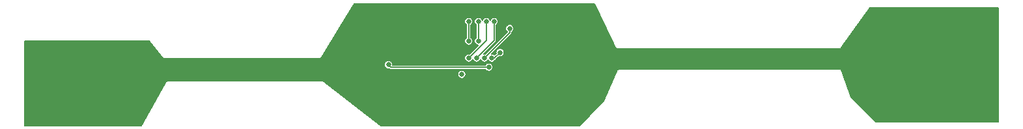
<source format=gbr>
G04 #@! TF.GenerationSoftware,KiCad,Pcbnew,(5.1.6-0-10_14)*
G04 #@! TF.CreationDate,2020-07-24T16:30:46-07:00*
G04 #@! TF.ProjectId,VineHoop_Flex_V1,56696e65-486f-46f7-905f-466c65785f56,rev?*
G04 #@! TF.SameCoordinates,Original*
G04 #@! TF.FileFunction,Copper,L2,Bot*
G04 #@! TF.FilePolarity,Positive*
%FSLAX46Y46*%
G04 Gerber Fmt 4.6, Leading zero omitted, Abs format (unit mm)*
G04 Created by KiCad (PCBNEW (5.1.6-0-10_14)) date 2020-07-24 16:30:46*
%MOMM*%
%LPD*%
G01*
G04 APERTURE LIST*
G04 #@! TA.AperFunction,ViaPad*
%ADD10C,0.660400*%
G04 #@! TD*
G04 #@! TA.AperFunction,Conductor*
%ADD11C,0.152400*%
G04 #@! TD*
G04 #@! TA.AperFunction,Conductor*
%ADD12C,0.127000*%
G04 #@! TD*
G04 APERTURE END LIST*
D10*
X147955000Y-63627000D03*
X150495000Y-63627000D03*
X147955000Y-61595000D03*
X102806500Y-69850000D03*
X164909500Y-69723000D03*
X139001500Y-62992000D03*
X142875000Y-57404000D03*
X142684500Y-65786000D03*
X144335500Y-68707000D03*
X110680500Y-66421000D03*
X141160500Y-67373500D03*
X147256500Y-67945000D03*
X152908000Y-67183000D03*
X150495000Y-61595000D03*
X148526500Y-58928000D03*
X161036000Y-63055500D03*
X165989000Y-60960000D03*
X165862000Y-66929000D03*
X167640000Y-69278500D03*
X164909500Y-67881500D03*
X158813500Y-69151500D03*
X163576000Y-64833500D03*
X163576000Y-62801500D03*
X159258000Y-59880500D03*
X151638000Y-59690000D03*
X156806899Y-59918601D03*
X151574500Y-66738500D03*
X220980000Y-69088000D03*
X215900000Y-61976000D03*
X155277216Y-64345216D03*
X142229705Y-64039801D03*
X153924000Y-58420000D03*
X153924000Y-60960000D03*
X152654000Y-60960000D03*
X152654000Y-58420000D03*
X156734399Y-62435248D03*
X155662368Y-63169800D03*
X157988000Y-59309000D03*
X154686000Y-63169800D03*
X153670000Y-63169800D03*
X155956000Y-58420000D03*
X152654000Y-63169800D03*
X154940000Y-58420000D03*
X151765000Y-65278000D03*
D11*
X142229705Y-64039801D02*
X142559904Y-64370000D01*
X142559904Y-64370000D02*
X155252432Y-64370000D01*
X155252432Y-64370000D02*
X155277216Y-64345216D01*
X153924000Y-60960000D02*
X153924000Y-58420000D01*
X152654000Y-60960000D02*
X152654000Y-58420000D01*
X155662368Y-63169800D02*
X155999847Y-63169800D01*
X155999847Y-63169800D02*
X156734399Y-62435248D01*
X157988000Y-59867800D02*
X157988000Y-59436000D01*
X154686000Y-63169800D02*
X157988000Y-59867800D01*
X155956000Y-60883800D02*
X155956000Y-58420000D01*
X153670000Y-63169800D02*
X155956000Y-60883800D01*
X154940000Y-60883800D02*
X154940000Y-58420000D01*
X152654000Y-63169800D02*
X154940000Y-60883800D01*
D12*
G36*
X171756532Y-61800221D02*
G01*
X171757941Y-61804867D01*
X171765663Y-61819313D01*
X171768154Y-61824522D01*
X171770662Y-61828665D01*
X171777952Y-61842304D01*
X171781628Y-61846783D01*
X171784630Y-61851743D01*
X171795072Y-61863164D01*
X171804882Y-61875118D01*
X171809360Y-61878793D01*
X171813273Y-61883073D01*
X171825741Y-61892237D01*
X171837696Y-61902048D01*
X171842807Y-61904780D01*
X171847478Y-61908213D01*
X171861484Y-61914763D01*
X171875133Y-61922059D01*
X171880685Y-61923743D01*
X171885930Y-61926196D01*
X171900940Y-61929887D01*
X171915755Y-61934381D01*
X171921526Y-61934949D01*
X171927152Y-61936333D01*
X171942600Y-61937025D01*
X171947421Y-61937500D01*
X171953199Y-61937500D01*
X171969559Y-61938233D01*
X171974358Y-61937500D01*
X200900050Y-61937500D01*
X200907245Y-61938436D01*
X200921199Y-61937500D01*
X200924579Y-61937500D01*
X200931795Y-61936789D01*
X200949599Y-61935595D01*
X200952869Y-61934714D01*
X200956245Y-61934381D01*
X200973358Y-61929190D01*
X200990585Y-61924546D01*
X200993618Y-61923044D01*
X200996867Y-61922059D01*
X201012637Y-61913630D01*
X201028629Y-61905713D01*
X201031314Y-61903646D01*
X201034304Y-61902048D01*
X201048114Y-61890715D01*
X201062267Y-61879820D01*
X201064498Y-61877268D01*
X201067118Y-61875118D01*
X201078456Y-61861302D01*
X201083210Y-61855865D01*
X201085166Y-61853127D01*
X201094048Y-61842304D01*
X201097472Y-61835898D01*
X204834900Y-56603500D01*
X221526501Y-56603500D01*
X221526500Y-71412500D01*
X205575263Y-71412500D01*
X202370647Y-68207885D01*
X201118701Y-64702436D01*
X201114059Y-64687133D01*
X201106570Y-64673123D01*
X201099799Y-64658785D01*
X201096592Y-64654456D01*
X201094048Y-64649696D01*
X201083974Y-64637421D01*
X201074532Y-64624674D01*
X201070540Y-64621051D01*
X201067118Y-64616882D01*
X201054849Y-64606813D01*
X201043096Y-64596148D01*
X201038473Y-64593374D01*
X201034304Y-64589952D01*
X201020290Y-64582461D01*
X201006698Y-64574304D01*
X201001632Y-64572488D01*
X200996867Y-64569941D01*
X200981659Y-64565328D01*
X200966738Y-64559979D01*
X200961408Y-64559185D01*
X200956245Y-64557619D01*
X200940449Y-64556063D01*
X200924752Y-64553725D01*
X200908793Y-64554500D01*
X172224702Y-64554500D01*
X172216268Y-64553501D01*
X172203561Y-64554500D01*
X172201421Y-64554500D01*
X172192959Y-64555334D01*
X172173949Y-64556828D01*
X172171889Y-64557409D01*
X172169755Y-64557619D01*
X172151437Y-64563176D01*
X172133092Y-64568348D01*
X172131189Y-64569317D01*
X172129133Y-64569941D01*
X172112248Y-64578967D01*
X172095267Y-64587617D01*
X172093587Y-64588941D01*
X172091696Y-64589952D01*
X172076931Y-64602069D01*
X172061929Y-64613894D01*
X172060537Y-64615524D01*
X172058882Y-64616882D01*
X172046769Y-64631642D01*
X172034358Y-64646171D01*
X172033311Y-64648040D01*
X172031952Y-64649696D01*
X172022947Y-64666543D01*
X172018808Y-64673932D01*
X172017955Y-64675883D01*
X172011941Y-64687133D01*
X172009473Y-64695269D01*
X170252867Y-68710370D01*
X167042738Y-71920500D01*
X141297102Y-71920500D01*
X133737947Y-66125148D01*
X133724304Y-66113952D01*
X133711759Y-66107246D01*
X133699693Y-66099750D01*
X133693094Y-66097270D01*
X133686867Y-66093941D01*
X133673252Y-66089811D01*
X133659958Y-66084814D01*
X133653002Y-66083669D01*
X133646245Y-66081619D01*
X133632083Y-66080224D01*
X133618072Y-66077917D01*
X133600480Y-66078500D01*
X113540491Y-66078500D01*
X113521861Y-66078061D01*
X113508883Y-66080326D01*
X113495755Y-66081619D01*
X113488008Y-66083969D01*
X113480043Y-66085359D01*
X113467761Y-66090111D01*
X113455133Y-66093941D01*
X113447989Y-66097759D01*
X113440453Y-66100675D01*
X113429329Y-66107734D01*
X113417696Y-66113952D01*
X113411443Y-66119083D01*
X113404611Y-66123419D01*
X113395067Y-66132523D01*
X113384882Y-66140882D01*
X113379752Y-66147133D01*
X113373895Y-66152720D01*
X113366313Y-66163508D01*
X113357952Y-66173696D01*
X113349152Y-66190159D01*
X110110264Y-71920500D01*
X94957500Y-71920500D01*
X94957500Y-65224214D01*
X151218900Y-65224214D01*
X151218900Y-65331786D01*
X151239887Y-65437291D01*
X151281053Y-65536675D01*
X151340817Y-65626118D01*
X151416882Y-65702183D01*
X151506325Y-65761947D01*
X151605709Y-65803113D01*
X151711214Y-65824100D01*
X151818786Y-65824100D01*
X151924291Y-65803113D01*
X152023675Y-65761947D01*
X152113118Y-65702183D01*
X152189183Y-65626118D01*
X152248947Y-65536675D01*
X152290113Y-65437291D01*
X152311100Y-65331786D01*
X152311100Y-65224214D01*
X152290113Y-65118709D01*
X152248947Y-65019325D01*
X152189183Y-64929882D01*
X152113118Y-64853817D01*
X152023675Y-64794053D01*
X151924291Y-64752887D01*
X151818786Y-64731900D01*
X151711214Y-64731900D01*
X151605709Y-64752887D01*
X151506325Y-64794053D01*
X151416882Y-64853817D01*
X151340817Y-64929882D01*
X151281053Y-65019325D01*
X151239887Y-65118709D01*
X151218900Y-65224214D01*
X94957500Y-65224214D01*
X94957500Y-63986015D01*
X141683605Y-63986015D01*
X141683605Y-64093587D01*
X141704592Y-64199092D01*
X141745758Y-64298476D01*
X141805522Y-64387919D01*
X141881587Y-64463984D01*
X141971030Y-64523748D01*
X142070414Y-64564914D01*
X142175919Y-64585901D01*
X142283491Y-64585901D01*
X142348589Y-64572952D01*
X142352359Y-64577545D01*
X142363501Y-64586689D01*
X142363502Y-64586690D01*
X142396837Y-64614047D01*
X142447581Y-64641171D01*
X142502642Y-64657873D01*
X142559904Y-64663513D01*
X142574250Y-64662100D01*
X154832163Y-64662100D01*
X154853033Y-64693334D01*
X154929098Y-64769399D01*
X155018541Y-64829163D01*
X155117925Y-64870329D01*
X155223430Y-64891316D01*
X155331002Y-64891316D01*
X155436507Y-64870329D01*
X155535891Y-64829163D01*
X155625334Y-64769399D01*
X155701399Y-64693334D01*
X155761163Y-64603891D01*
X155802329Y-64504507D01*
X155823316Y-64399002D01*
X155823316Y-64291430D01*
X155802329Y-64185925D01*
X155761163Y-64086541D01*
X155701399Y-63997098D01*
X155625334Y-63921033D01*
X155535891Y-63861269D01*
X155436507Y-63820103D01*
X155331002Y-63799116D01*
X155223430Y-63799116D01*
X155117925Y-63820103D01*
X155018541Y-63861269D01*
X154929098Y-63921033D01*
X154853033Y-63997098D01*
X154799043Y-64077900D01*
X142775805Y-64077900D01*
X142775805Y-63986015D01*
X142754818Y-63880510D01*
X142713652Y-63781126D01*
X142653888Y-63691683D01*
X142577823Y-63615618D01*
X142488380Y-63555854D01*
X142388996Y-63514688D01*
X142283491Y-63493701D01*
X142175919Y-63493701D01*
X142070414Y-63514688D01*
X141971030Y-63555854D01*
X141881587Y-63615618D01*
X141805522Y-63691683D01*
X141745758Y-63781126D01*
X141704592Y-63880510D01*
X141683605Y-63986015D01*
X94957500Y-63986015D01*
X94957500Y-60921500D01*
X111146603Y-60921500D01*
X112848615Y-63109803D01*
X112849952Y-63112304D01*
X112861589Y-63126484D01*
X112866389Y-63132655D01*
X112868347Y-63134719D01*
X112876882Y-63145118D01*
X112882916Y-63150070D01*
X112888292Y-63155735D01*
X112899289Y-63163507D01*
X112909696Y-63172048D01*
X112916582Y-63175729D01*
X112922958Y-63180235D01*
X112935256Y-63185710D01*
X112947133Y-63192059D01*
X112954607Y-63194326D01*
X112961738Y-63197501D01*
X112974867Y-63200472D01*
X112987755Y-63204381D01*
X112995529Y-63205147D01*
X113003141Y-63206869D01*
X113016594Y-63207222D01*
X113019421Y-63207500D01*
X113027221Y-63207500D01*
X113045576Y-63207981D01*
X113048375Y-63207500D01*
X133344121Y-63207500D01*
X133359393Y-63208337D01*
X133375756Y-63206005D01*
X133392245Y-63204381D01*
X133396758Y-63203012D01*
X133401418Y-63202348D01*
X133417012Y-63196868D01*
X133432867Y-63192059D01*
X133437028Y-63189835D01*
X133441467Y-63188275D01*
X133455693Y-63179858D01*
X133470304Y-63172048D01*
X133473950Y-63169056D01*
X133478001Y-63166659D01*
X133490315Y-63155625D01*
X133503118Y-63145118D01*
X133506109Y-63141473D01*
X133509616Y-63138331D01*
X133519542Y-63125105D01*
X133527003Y-63116014D01*
X152107900Y-63116014D01*
X152107900Y-63223586D01*
X152128887Y-63329091D01*
X152170053Y-63428475D01*
X152229817Y-63517918D01*
X152305882Y-63593983D01*
X152395325Y-63653747D01*
X152494709Y-63694913D01*
X152600214Y-63715900D01*
X152707786Y-63715900D01*
X152813291Y-63694913D01*
X152912675Y-63653747D01*
X153002118Y-63593983D01*
X153078183Y-63517918D01*
X153137947Y-63428475D01*
X153162000Y-63370406D01*
X153186053Y-63428475D01*
X153245817Y-63517918D01*
X153321882Y-63593983D01*
X153411325Y-63653747D01*
X153510709Y-63694913D01*
X153616214Y-63715900D01*
X153723786Y-63715900D01*
X153829291Y-63694913D01*
X153928675Y-63653747D01*
X154018118Y-63593983D01*
X154094183Y-63517918D01*
X154153947Y-63428475D01*
X154178000Y-63370406D01*
X154202053Y-63428475D01*
X154261817Y-63517918D01*
X154337882Y-63593983D01*
X154427325Y-63653747D01*
X154526709Y-63694913D01*
X154632214Y-63715900D01*
X154739786Y-63715900D01*
X154845291Y-63694913D01*
X154944675Y-63653747D01*
X155034118Y-63593983D01*
X155110183Y-63517918D01*
X155169947Y-63428475D01*
X155174184Y-63418246D01*
X155178421Y-63428475D01*
X155238185Y-63517918D01*
X155314250Y-63593983D01*
X155403693Y-63653747D01*
X155503077Y-63694913D01*
X155608582Y-63715900D01*
X155716154Y-63715900D01*
X155821659Y-63694913D01*
X155921043Y-63653747D01*
X156010486Y-63593983D01*
X156086551Y-63517918D01*
X156146315Y-63428475D01*
X156149377Y-63421083D01*
X156162914Y-63413847D01*
X156207392Y-63377345D01*
X156216540Y-63366198D01*
X156614535Y-62968204D01*
X156680613Y-62981348D01*
X156788185Y-62981348D01*
X156893690Y-62960361D01*
X156993074Y-62919195D01*
X157082517Y-62859431D01*
X157158582Y-62783366D01*
X157218346Y-62693923D01*
X157259512Y-62594539D01*
X157280499Y-62489034D01*
X157280499Y-62381462D01*
X157259512Y-62275957D01*
X157218346Y-62176573D01*
X157158582Y-62087130D01*
X157082517Y-62011065D01*
X156993074Y-61951301D01*
X156893690Y-61910135D01*
X156788185Y-61889148D01*
X156680613Y-61889148D01*
X156575108Y-61910135D01*
X156475724Y-61951301D01*
X156386281Y-62011065D01*
X156310216Y-62087130D01*
X156250452Y-62176573D01*
X156209286Y-62275957D01*
X156188299Y-62381462D01*
X156188299Y-62489034D01*
X156201443Y-62555112D01*
X156010712Y-62745843D01*
X156010486Y-62745617D01*
X155921043Y-62685853D01*
X155821659Y-62644687D01*
X155716154Y-62623700D01*
X155645191Y-62623700D01*
X158184399Y-60084492D01*
X158195545Y-60075345D01*
X158232047Y-60030867D01*
X158259171Y-59980123D01*
X158275873Y-59925062D01*
X158280100Y-59882146D01*
X158280100Y-59882137D01*
X158281512Y-59867801D01*
X158280100Y-59853465D01*
X158280100Y-59770613D01*
X158336118Y-59733183D01*
X158412183Y-59657118D01*
X158471947Y-59567675D01*
X158513113Y-59468291D01*
X158534100Y-59362786D01*
X158534100Y-59255214D01*
X158513113Y-59149709D01*
X158471947Y-59050325D01*
X158412183Y-58960882D01*
X158336118Y-58884817D01*
X158246675Y-58825053D01*
X158147291Y-58783887D01*
X158041786Y-58762900D01*
X157934214Y-58762900D01*
X157828709Y-58783887D01*
X157729325Y-58825053D01*
X157639882Y-58884817D01*
X157563817Y-58960882D01*
X157504053Y-59050325D01*
X157462887Y-59149709D01*
X157441900Y-59255214D01*
X157441900Y-59362786D01*
X157462887Y-59468291D01*
X157504053Y-59567675D01*
X157563817Y-59657118D01*
X157639882Y-59733183D01*
X157681630Y-59761079D01*
X154805865Y-62636844D01*
X154739786Y-62623700D01*
X154632214Y-62623700D01*
X154628440Y-62624451D01*
X156152399Y-61100492D01*
X156163545Y-61091345D01*
X156200047Y-61046867D01*
X156227171Y-60996123D01*
X156243873Y-60941062D01*
X156248100Y-60898146D01*
X156248100Y-60898137D01*
X156249512Y-60883801D01*
X156248100Y-60869465D01*
X156248100Y-58881613D01*
X156304118Y-58844183D01*
X156380183Y-58768118D01*
X156439947Y-58678675D01*
X156481113Y-58579291D01*
X156502100Y-58473786D01*
X156502100Y-58366214D01*
X156481113Y-58260709D01*
X156439947Y-58161325D01*
X156380183Y-58071882D01*
X156304118Y-57995817D01*
X156214675Y-57936053D01*
X156115291Y-57894887D01*
X156009786Y-57873900D01*
X155902214Y-57873900D01*
X155796709Y-57894887D01*
X155697325Y-57936053D01*
X155607882Y-57995817D01*
X155531817Y-58071882D01*
X155472053Y-58161325D01*
X155448000Y-58219394D01*
X155423947Y-58161325D01*
X155364183Y-58071882D01*
X155288118Y-57995817D01*
X155198675Y-57936053D01*
X155099291Y-57894887D01*
X154993786Y-57873900D01*
X154886214Y-57873900D01*
X154780709Y-57894887D01*
X154681325Y-57936053D01*
X154591882Y-57995817D01*
X154515817Y-58071882D01*
X154456053Y-58161325D01*
X154432000Y-58219394D01*
X154407947Y-58161325D01*
X154348183Y-58071882D01*
X154272118Y-57995817D01*
X154182675Y-57936053D01*
X154083291Y-57894887D01*
X153977786Y-57873900D01*
X153870214Y-57873900D01*
X153764709Y-57894887D01*
X153665325Y-57936053D01*
X153575882Y-57995817D01*
X153499817Y-58071882D01*
X153440053Y-58161325D01*
X153398887Y-58260709D01*
X153377900Y-58366214D01*
X153377900Y-58473786D01*
X153398887Y-58579291D01*
X153440053Y-58678675D01*
X153499817Y-58768118D01*
X153575882Y-58844183D01*
X153631901Y-58881614D01*
X153631900Y-60498387D01*
X153575882Y-60535817D01*
X153499817Y-60611882D01*
X153440053Y-60701325D01*
X153398887Y-60800709D01*
X153377900Y-60906214D01*
X153377900Y-61013786D01*
X153398887Y-61119291D01*
X153440053Y-61218675D01*
X153499817Y-61308118D01*
X153575882Y-61384183D01*
X153665325Y-61443947D01*
X153764709Y-61485113D01*
X153870214Y-61506100D01*
X153904609Y-61506100D01*
X152773865Y-62636844D01*
X152707786Y-62623700D01*
X152600214Y-62623700D01*
X152494709Y-62644687D01*
X152395325Y-62685853D01*
X152305882Y-62745617D01*
X152229817Y-62821682D01*
X152170053Y-62911125D01*
X152128887Y-63010509D01*
X152107900Y-63116014D01*
X133527003Y-63116014D01*
X133530048Y-63112304D01*
X133537269Y-63098794D01*
X136410621Y-58366214D01*
X152107900Y-58366214D01*
X152107900Y-58473786D01*
X152128887Y-58579291D01*
X152170053Y-58678675D01*
X152229817Y-58768118D01*
X152305882Y-58844183D01*
X152361901Y-58881614D01*
X152361900Y-60498387D01*
X152305882Y-60535817D01*
X152229817Y-60611882D01*
X152170053Y-60701325D01*
X152128887Y-60800709D01*
X152107900Y-60906214D01*
X152107900Y-61013786D01*
X152128887Y-61119291D01*
X152170053Y-61218675D01*
X152229817Y-61308118D01*
X152305882Y-61384183D01*
X152395325Y-61443947D01*
X152494709Y-61485113D01*
X152600214Y-61506100D01*
X152707786Y-61506100D01*
X152813291Y-61485113D01*
X152912675Y-61443947D01*
X153002118Y-61384183D01*
X153078183Y-61308118D01*
X153137947Y-61218675D01*
X153179113Y-61119291D01*
X153200100Y-61013786D01*
X153200100Y-60906214D01*
X153179113Y-60800709D01*
X153137947Y-60701325D01*
X153078183Y-60611882D01*
X153002118Y-60535817D01*
X152946100Y-60498387D01*
X152946100Y-58881613D01*
X153002118Y-58844183D01*
X153078183Y-58768118D01*
X153137947Y-58678675D01*
X153179113Y-58579291D01*
X153200100Y-58473786D01*
X153200100Y-58366214D01*
X153179113Y-58260709D01*
X153137947Y-58161325D01*
X153078183Y-58071882D01*
X153002118Y-57995817D01*
X152912675Y-57936053D01*
X152813291Y-57894887D01*
X152707786Y-57873900D01*
X152600214Y-57873900D01*
X152494709Y-57894887D01*
X152395325Y-57936053D01*
X152305882Y-57995817D01*
X152229817Y-58071882D01*
X152170053Y-58161325D01*
X152128887Y-58260709D01*
X152107900Y-58366214D01*
X136410621Y-58366214D01*
X137789270Y-56095500D01*
X169028188Y-56095500D01*
X171756532Y-61800221D01*
G37*
X171756532Y-61800221D02*
X171757941Y-61804867D01*
X171765663Y-61819313D01*
X171768154Y-61824522D01*
X171770662Y-61828665D01*
X171777952Y-61842304D01*
X171781628Y-61846783D01*
X171784630Y-61851743D01*
X171795072Y-61863164D01*
X171804882Y-61875118D01*
X171809360Y-61878793D01*
X171813273Y-61883073D01*
X171825741Y-61892237D01*
X171837696Y-61902048D01*
X171842807Y-61904780D01*
X171847478Y-61908213D01*
X171861484Y-61914763D01*
X171875133Y-61922059D01*
X171880685Y-61923743D01*
X171885930Y-61926196D01*
X171900940Y-61929887D01*
X171915755Y-61934381D01*
X171921526Y-61934949D01*
X171927152Y-61936333D01*
X171942600Y-61937025D01*
X171947421Y-61937500D01*
X171953199Y-61937500D01*
X171969559Y-61938233D01*
X171974358Y-61937500D01*
X200900050Y-61937500D01*
X200907245Y-61938436D01*
X200921199Y-61937500D01*
X200924579Y-61937500D01*
X200931795Y-61936789D01*
X200949599Y-61935595D01*
X200952869Y-61934714D01*
X200956245Y-61934381D01*
X200973358Y-61929190D01*
X200990585Y-61924546D01*
X200993618Y-61923044D01*
X200996867Y-61922059D01*
X201012637Y-61913630D01*
X201028629Y-61905713D01*
X201031314Y-61903646D01*
X201034304Y-61902048D01*
X201048114Y-61890715D01*
X201062267Y-61879820D01*
X201064498Y-61877268D01*
X201067118Y-61875118D01*
X201078456Y-61861302D01*
X201083210Y-61855865D01*
X201085166Y-61853127D01*
X201094048Y-61842304D01*
X201097472Y-61835898D01*
X204834900Y-56603500D01*
X221526501Y-56603500D01*
X221526500Y-71412500D01*
X205575263Y-71412500D01*
X202370647Y-68207885D01*
X201118701Y-64702436D01*
X201114059Y-64687133D01*
X201106570Y-64673123D01*
X201099799Y-64658785D01*
X201096592Y-64654456D01*
X201094048Y-64649696D01*
X201083974Y-64637421D01*
X201074532Y-64624674D01*
X201070540Y-64621051D01*
X201067118Y-64616882D01*
X201054849Y-64606813D01*
X201043096Y-64596148D01*
X201038473Y-64593374D01*
X201034304Y-64589952D01*
X201020290Y-64582461D01*
X201006698Y-64574304D01*
X201001632Y-64572488D01*
X200996867Y-64569941D01*
X200981659Y-64565328D01*
X200966738Y-64559979D01*
X200961408Y-64559185D01*
X200956245Y-64557619D01*
X200940449Y-64556063D01*
X200924752Y-64553725D01*
X200908793Y-64554500D01*
X172224702Y-64554500D01*
X172216268Y-64553501D01*
X172203561Y-64554500D01*
X172201421Y-64554500D01*
X172192959Y-64555334D01*
X172173949Y-64556828D01*
X172171889Y-64557409D01*
X172169755Y-64557619D01*
X172151437Y-64563176D01*
X172133092Y-64568348D01*
X172131189Y-64569317D01*
X172129133Y-64569941D01*
X172112248Y-64578967D01*
X172095267Y-64587617D01*
X172093587Y-64588941D01*
X172091696Y-64589952D01*
X172076931Y-64602069D01*
X172061929Y-64613894D01*
X172060537Y-64615524D01*
X172058882Y-64616882D01*
X172046769Y-64631642D01*
X172034358Y-64646171D01*
X172033311Y-64648040D01*
X172031952Y-64649696D01*
X172022947Y-64666543D01*
X172018808Y-64673932D01*
X172017955Y-64675883D01*
X172011941Y-64687133D01*
X172009473Y-64695269D01*
X170252867Y-68710370D01*
X167042738Y-71920500D01*
X141297102Y-71920500D01*
X133737947Y-66125148D01*
X133724304Y-66113952D01*
X133711759Y-66107246D01*
X133699693Y-66099750D01*
X133693094Y-66097270D01*
X133686867Y-66093941D01*
X133673252Y-66089811D01*
X133659958Y-66084814D01*
X133653002Y-66083669D01*
X133646245Y-66081619D01*
X133632083Y-66080224D01*
X133618072Y-66077917D01*
X133600480Y-66078500D01*
X113540491Y-66078500D01*
X113521861Y-66078061D01*
X113508883Y-66080326D01*
X113495755Y-66081619D01*
X113488008Y-66083969D01*
X113480043Y-66085359D01*
X113467761Y-66090111D01*
X113455133Y-66093941D01*
X113447989Y-66097759D01*
X113440453Y-66100675D01*
X113429329Y-66107734D01*
X113417696Y-66113952D01*
X113411443Y-66119083D01*
X113404611Y-66123419D01*
X113395067Y-66132523D01*
X113384882Y-66140882D01*
X113379752Y-66147133D01*
X113373895Y-66152720D01*
X113366313Y-66163508D01*
X113357952Y-66173696D01*
X113349152Y-66190159D01*
X110110264Y-71920500D01*
X94957500Y-71920500D01*
X94957500Y-65224214D01*
X151218900Y-65224214D01*
X151218900Y-65331786D01*
X151239887Y-65437291D01*
X151281053Y-65536675D01*
X151340817Y-65626118D01*
X151416882Y-65702183D01*
X151506325Y-65761947D01*
X151605709Y-65803113D01*
X151711214Y-65824100D01*
X151818786Y-65824100D01*
X151924291Y-65803113D01*
X152023675Y-65761947D01*
X152113118Y-65702183D01*
X152189183Y-65626118D01*
X152248947Y-65536675D01*
X152290113Y-65437291D01*
X152311100Y-65331786D01*
X152311100Y-65224214D01*
X152290113Y-65118709D01*
X152248947Y-65019325D01*
X152189183Y-64929882D01*
X152113118Y-64853817D01*
X152023675Y-64794053D01*
X151924291Y-64752887D01*
X151818786Y-64731900D01*
X151711214Y-64731900D01*
X151605709Y-64752887D01*
X151506325Y-64794053D01*
X151416882Y-64853817D01*
X151340817Y-64929882D01*
X151281053Y-65019325D01*
X151239887Y-65118709D01*
X151218900Y-65224214D01*
X94957500Y-65224214D01*
X94957500Y-63986015D01*
X141683605Y-63986015D01*
X141683605Y-64093587D01*
X141704592Y-64199092D01*
X141745758Y-64298476D01*
X141805522Y-64387919D01*
X141881587Y-64463984D01*
X141971030Y-64523748D01*
X142070414Y-64564914D01*
X142175919Y-64585901D01*
X142283491Y-64585901D01*
X142348589Y-64572952D01*
X142352359Y-64577545D01*
X142363501Y-64586689D01*
X142363502Y-64586690D01*
X142396837Y-64614047D01*
X142447581Y-64641171D01*
X142502642Y-64657873D01*
X142559904Y-64663513D01*
X142574250Y-64662100D01*
X154832163Y-64662100D01*
X154853033Y-64693334D01*
X154929098Y-64769399D01*
X155018541Y-64829163D01*
X155117925Y-64870329D01*
X155223430Y-64891316D01*
X155331002Y-64891316D01*
X155436507Y-64870329D01*
X155535891Y-64829163D01*
X155625334Y-64769399D01*
X155701399Y-64693334D01*
X155761163Y-64603891D01*
X155802329Y-64504507D01*
X155823316Y-64399002D01*
X155823316Y-64291430D01*
X155802329Y-64185925D01*
X155761163Y-64086541D01*
X155701399Y-63997098D01*
X155625334Y-63921033D01*
X155535891Y-63861269D01*
X155436507Y-63820103D01*
X155331002Y-63799116D01*
X155223430Y-63799116D01*
X155117925Y-63820103D01*
X155018541Y-63861269D01*
X154929098Y-63921033D01*
X154853033Y-63997098D01*
X154799043Y-64077900D01*
X142775805Y-64077900D01*
X142775805Y-63986015D01*
X142754818Y-63880510D01*
X142713652Y-63781126D01*
X142653888Y-63691683D01*
X142577823Y-63615618D01*
X142488380Y-63555854D01*
X142388996Y-63514688D01*
X142283491Y-63493701D01*
X142175919Y-63493701D01*
X142070414Y-63514688D01*
X141971030Y-63555854D01*
X141881587Y-63615618D01*
X141805522Y-63691683D01*
X141745758Y-63781126D01*
X141704592Y-63880510D01*
X141683605Y-63986015D01*
X94957500Y-63986015D01*
X94957500Y-60921500D01*
X111146603Y-60921500D01*
X112848615Y-63109803D01*
X112849952Y-63112304D01*
X112861589Y-63126484D01*
X112866389Y-63132655D01*
X112868347Y-63134719D01*
X112876882Y-63145118D01*
X112882916Y-63150070D01*
X112888292Y-63155735D01*
X112899289Y-63163507D01*
X112909696Y-63172048D01*
X112916582Y-63175729D01*
X112922958Y-63180235D01*
X112935256Y-63185710D01*
X112947133Y-63192059D01*
X112954607Y-63194326D01*
X112961738Y-63197501D01*
X112974867Y-63200472D01*
X112987755Y-63204381D01*
X112995529Y-63205147D01*
X113003141Y-63206869D01*
X113016594Y-63207222D01*
X113019421Y-63207500D01*
X113027221Y-63207500D01*
X113045576Y-63207981D01*
X113048375Y-63207500D01*
X133344121Y-63207500D01*
X133359393Y-63208337D01*
X133375756Y-63206005D01*
X133392245Y-63204381D01*
X133396758Y-63203012D01*
X133401418Y-63202348D01*
X133417012Y-63196868D01*
X133432867Y-63192059D01*
X133437028Y-63189835D01*
X133441467Y-63188275D01*
X133455693Y-63179858D01*
X133470304Y-63172048D01*
X133473950Y-63169056D01*
X133478001Y-63166659D01*
X133490315Y-63155625D01*
X133503118Y-63145118D01*
X133506109Y-63141473D01*
X133509616Y-63138331D01*
X133519542Y-63125105D01*
X133527003Y-63116014D01*
X152107900Y-63116014D01*
X152107900Y-63223586D01*
X152128887Y-63329091D01*
X152170053Y-63428475D01*
X152229817Y-63517918D01*
X152305882Y-63593983D01*
X152395325Y-63653747D01*
X152494709Y-63694913D01*
X152600214Y-63715900D01*
X152707786Y-63715900D01*
X152813291Y-63694913D01*
X152912675Y-63653747D01*
X153002118Y-63593983D01*
X153078183Y-63517918D01*
X153137947Y-63428475D01*
X153162000Y-63370406D01*
X153186053Y-63428475D01*
X153245817Y-63517918D01*
X153321882Y-63593983D01*
X153411325Y-63653747D01*
X153510709Y-63694913D01*
X153616214Y-63715900D01*
X153723786Y-63715900D01*
X153829291Y-63694913D01*
X153928675Y-63653747D01*
X154018118Y-63593983D01*
X154094183Y-63517918D01*
X154153947Y-63428475D01*
X154178000Y-63370406D01*
X154202053Y-63428475D01*
X154261817Y-63517918D01*
X154337882Y-63593983D01*
X154427325Y-63653747D01*
X154526709Y-63694913D01*
X154632214Y-63715900D01*
X154739786Y-63715900D01*
X154845291Y-63694913D01*
X154944675Y-63653747D01*
X155034118Y-63593983D01*
X155110183Y-63517918D01*
X155169947Y-63428475D01*
X155174184Y-63418246D01*
X155178421Y-63428475D01*
X155238185Y-63517918D01*
X155314250Y-63593983D01*
X155403693Y-63653747D01*
X155503077Y-63694913D01*
X155608582Y-63715900D01*
X155716154Y-63715900D01*
X155821659Y-63694913D01*
X155921043Y-63653747D01*
X156010486Y-63593983D01*
X156086551Y-63517918D01*
X156146315Y-63428475D01*
X156149377Y-63421083D01*
X156162914Y-63413847D01*
X156207392Y-63377345D01*
X156216540Y-63366198D01*
X156614535Y-62968204D01*
X156680613Y-62981348D01*
X156788185Y-62981348D01*
X156893690Y-62960361D01*
X156993074Y-62919195D01*
X157082517Y-62859431D01*
X157158582Y-62783366D01*
X157218346Y-62693923D01*
X157259512Y-62594539D01*
X157280499Y-62489034D01*
X157280499Y-62381462D01*
X157259512Y-62275957D01*
X157218346Y-62176573D01*
X157158582Y-62087130D01*
X157082517Y-62011065D01*
X156993074Y-61951301D01*
X156893690Y-61910135D01*
X156788185Y-61889148D01*
X156680613Y-61889148D01*
X156575108Y-61910135D01*
X156475724Y-61951301D01*
X156386281Y-62011065D01*
X156310216Y-62087130D01*
X156250452Y-62176573D01*
X156209286Y-62275957D01*
X156188299Y-62381462D01*
X156188299Y-62489034D01*
X156201443Y-62555112D01*
X156010712Y-62745843D01*
X156010486Y-62745617D01*
X155921043Y-62685853D01*
X155821659Y-62644687D01*
X155716154Y-62623700D01*
X155645191Y-62623700D01*
X158184399Y-60084492D01*
X158195545Y-60075345D01*
X158232047Y-60030867D01*
X158259171Y-59980123D01*
X158275873Y-59925062D01*
X158280100Y-59882146D01*
X158280100Y-59882137D01*
X158281512Y-59867801D01*
X158280100Y-59853465D01*
X158280100Y-59770613D01*
X158336118Y-59733183D01*
X158412183Y-59657118D01*
X158471947Y-59567675D01*
X158513113Y-59468291D01*
X158534100Y-59362786D01*
X158534100Y-59255214D01*
X158513113Y-59149709D01*
X158471947Y-59050325D01*
X158412183Y-58960882D01*
X158336118Y-58884817D01*
X158246675Y-58825053D01*
X158147291Y-58783887D01*
X158041786Y-58762900D01*
X157934214Y-58762900D01*
X157828709Y-58783887D01*
X157729325Y-58825053D01*
X157639882Y-58884817D01*
X157563817Y-58960882D01*
X157504053Y-59050325D01*
X157462887Y-59149709D01*
X157441900Y-59255214D01*
X157441900Y-59362786D01*
X157462887Y-59468291D01*
X157504053Y-59567675D01*
X157563817Y-59657118D01*
X157639882Y-59733183D01*
X157681630Y-59761079D01*
X154805865Y-62636844D01*
X154739786Y-62623700D01*
X154632214Y-62623700D01*
X154628440Y-62624451D01*
X156152399Y-61100492D01*
X156163545Y-61091345D01*
X156200047Y-61046867D01*
X156227171Y-60996123D01*
X156243873Y-60941062D01*
X156248100Y-60898146D01*
X156248100Y-60898137D01*
X156249512Y-60883801D01*
X156248100Y-60869465D01*
X156248100Y-58881613D01*
X156304118Y-58844183D01*
X156380183Y-58768118D01*
X156439947Y-58678675D01*
X156481113Y-58579291D01*
X156502100Y-58473786D01*
X156502100Y-58366214D01*
X156481113Y-58260709D01*
X156439947Y-58161325D01*
X156380183Y-58071882D01*
X156304118Y-57995817D01*
X156214675Y-57936053D01*
X156115291Y-57894887D01*
X156009786Y-57873900D01*
X155902214Y-57873900D01*
X155796709Y-57894887D01*
X155697325Y-57936053D01*
X155607882Y-57995817D01*
X155531817Y-58071882D01*
X155472053Y-58161325D01*
X155448000Y-58219394D01*
X155423947Y-58161325D01*
X155364183Y-58071882D01*
X155288118Y-57995817D01*
X155198675Y-57936053D01*
X155099291Y-57894887D01*
X154993786Y-57873900D01*
X154886214Y-57873900D01*
X154780709Y-57894887D01*
X154681325Y-57936053D01*
X154591882Y-57995817D01*
X154515817Y-58071882D01*
X154456053Y-58161325D01*
X154432000Y-58219394D01*
X154407947Y-58161325D01*
X154348183Y-58071882D01*
X154272118Y-57995817D01*
X154182675Y-57936053D01*
X154083291Y-57894887D01*
X153977786Y-57873900D01*
X153870214Y-57873900D01*
X153764709Y-57894887D01*
X153665325Y-57936053D01*
X153575882Y-57995817D01*
X153499817Y-58071882D01*
X153440053Y-58161325D01*
X153398887Y-58260709D01*
X153377900Y-58366214D01*
X153377900Y-58473786D01*
X153398887Y-58579291D01*
X153440053Y-58678675D01*
X153499817Y-58768118D01*
X153575882Y-58844183D01*
X153631901Y-58881614D01*
X153631900Y-60498387D01*
X153575882Y-60535817D01*
X153499817Y-60611882D01*
X153440053Y-60701325D01*
X153398887Y-60800709D01*
X153377900Y-60906214D01*
X153377900Y-61013786D01*
X153398887Y-61119291D01*
X153440053Y-61218675D01*
X153499817Y-61308118D01*
X153575882Y-61384183D01*
X153665325Y-61443947D01*
X153764709Y-61485113D01*
X153870214Y-61506100D01*
X153904609Y-61506100D01*
X152773865Y-62636844D01*
X152707786Y-62623700D01*
X152600214Y-62623700D01*
X152494709Y-62644687D01*
X152395325Y-62685853D01*
X152305882Y-62745617D01*
X152229817Y-62821682D01*
X152170053Y-62911125D01*
X152128887Y-63010509D01*
X152107900Y-63116014D01*
X133527003Y-63116014D01*
X133530048Y-63112304D01*
X133537269Y-63098794D01*
X136410621Y-58366214D01*
X152107900Y-58366214D01*
X152107900Y-58473786D01*
X152128887Y-58579291D01*
X152170053Y-58678675D01*
X152229817Y-58768118D01*
X152305882Y-58844183D01*
X152361901Y-58881614D01*
X152361900Y-60498387D01*
X152305882Y-60535817D01*
X152229817Y-60611882D01*
X152170053Y-60701325D01*
X152128887Y-60800709D01*
X152107900Y-60906214D01*
X152107900Y-61013786D01*
X152128887Y-61119291D01*
X152170053Y-61218675D01*
X152229817Y-61308118D01*
X152305882Y-61384183D01*
X152395325Y-61443947D01*
X152494709Y-61485113D01*
X152600214Y-61506100D01*
X152707786Y-61506100D01*
X152813291Y-61485113D01*
X152912675Y-61443947D01*
X153002118Y-61384183D01*
X153078183Y-61308118D01*
X153137947Y-61218675D01*
X153179113Y-61119291D01*
X153200100Y-61013786D01*
X153200100Y-60906214D01*
X153179113Y-60800709D01*
X153137947Y-60701325D01*
X153078183Y-60611882D01*
X153002118Y-60535817D01*
X152946100Y-60498387D01*
X152946100Y-58881613D01*
X153002118Y-58844183D01*
X153078183Y-58768118D01*
X153137947Y-58678675D01*
X153179113Y-58579291D01*
X153200100Y-58473786D01*
X153200100Y-58366214D01*
X153179113Y-58260709D01*
X153137947Y-58161325D01*
X153078183Y-58071882D01*
X153002118Y-57995817D01*
X152912675Y-57936053D01*
X152813291Y-57894887D01*
X152707786Y-57873900D01*
X152600214Y-57873900D01*
X152494709Y-57894887D01*
X152395325Y-57936053D01*
X152305882Y-57995817D01*
X152229817Y-58071882D01*
X152170053Y-58161325D01*
X152128887Y-58260709D01*
X152107900Y-58366214D01*
X136410621Y-58366214D01*
X137789270Y-56095500D01*
X169028188Y-56095500D01*
X171756532Y-61800221D01*
M02*

</source>
